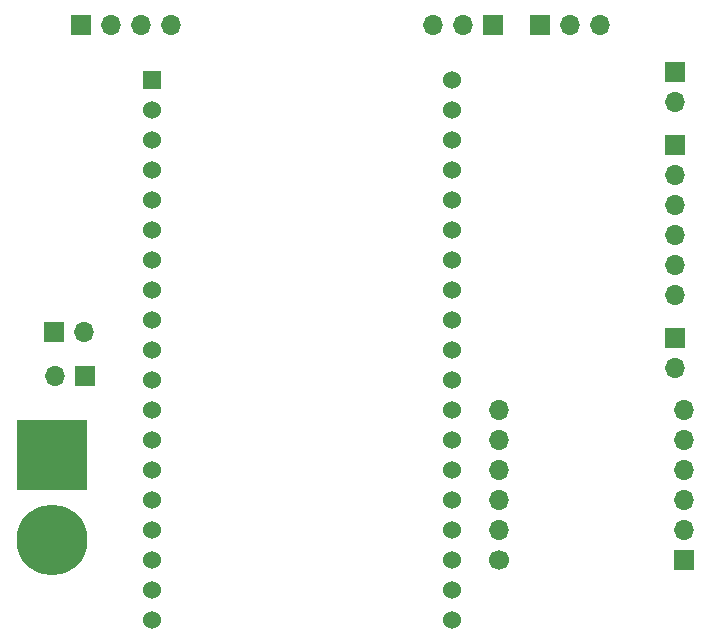
<source format=gbr>
%TF.GenerationSoftware,KiCad,Pcbnew,(6.0.9)*%
%TF.CreationDate,2023-05-11T13:54:47+10:00*%
%TF.ProjectId,Rescue Line,52657363-7565-4204-9c69-6e652e6b6963,rev?*%
%TF.SameCoordinates,Original*%
%TF.FileFunction,Soldermask,Bot*%
%TF.FilePolarity,Negative*%
%FSLAX46Y46*%
G04 Gerber Fmt 4.6, Leading zero omitted, Abs format (unit mm)*
G04 Created by KiCad (PCBNEW (6.0.9)) date 2023-05-11 13:54:47*
%MOMM*%
%LPD*%
G01*
G04 APERTURE LIST*
%ADD10R,1.700000X1.700000*%
%ADD11O,1.700000X1.700000*%
%ADD12R,1.530000X1.530000*%
%ADD13C,1.530000*%
%ADD14C,1.700000*%
%ADD15C,6.000000*%
%ADD16R,6.000000X6.000000*%
G04 APERTURE END LIST*
D10*
%TO.C,J3*%
X148025000Y-70275000D03*
D11*
X145485000Y-70275000D03*
X142945000Y-70275000D03*
%TD*%
D10*
%TO.C,J6*%
X163500000Y-80380000D03*
D11*
X163500000Y-82920000D03*
X163500000Y-85460000D03*
X163500000Y-88000000D03*
X163500000Y-90540000D03*
X163500000Y-93080000D03*
%TD*%
D12*
%TO.C,U2*%
X119225000Y-74870000D03*
D13*
X119225000Y-77410000D03*
X119225000Y-79950000D03*
X119225000Y-82490000D03*
X119225000Y-85030000D03*
X119225000Y-87570000D03*
X119225000Y-90110000D03*
X119225000Y-92650000D03*
X119225000Y-95190000D03*
X119225000Y-97730000D03*
X119225000Y-100270000D03*
X119225000Y-102810000D03*
X119225000Y-105350000D03*
X119225000Y-107890000D03*
X119225000Y-110430000D03*
X119225000Y-112970000D03*
X119225000Y-115510000D03*
X119225000Y-118050000D03*
X119225000Y-120590000D03*
X144625000Y-120590000D03*
X144625000Y-118050000D03*
X144625000Y-115510000D03*
X144625000Y-112970000D03*
X144625000Y-110430000D03*
X144625000Y-107890000D03*
X144625000Y-105350000D03*
X144625000Y-102810000D03*
X144625000Y-100270000D03*
X144625000Y-97730000D03*
X144625000Y-95190000D03*
X144625000Y-92650000D03*
X144625000Y-90110000D03*
X144625000Y-87570000D03*
X144625000Y-85030000D03*
X144625000Y-82490000D03*
X144625000Y-79950000D03*
X144625000Y-77410000D03*
X144625000Y-74870000D03*
%TD*%
D10*
%TO.C,J8*%
X163500000Y-74230000D03*
D11*
X163500000Y-76770000D03*
%TD*%
%TO.C,U3*%
X148585000Y-102805000D03*
X148585000Y-105345000D03*
X148585000Y-107885000D03*
X148585000Y-110425000D03*
X148585000Y-112965000D03*
D14*
X148585000Y-115505000D03*
D11*
X164225000Y-102815000D03*
X164225000Y-105355000D03*
X164225000Y-107895000D03*
X164225000Y-110435000D03*
X164225000Y-112975000D03*
D10*
X164225000Y-115515000D03*
%TD*%
D15*
%TO.C,J5*%
X110750000Y-113850000D03*
D16*
X110750000Y-106650000D03*
%TD*%
D10*
%TO.C,J2*%
X152000000Y-70250000D03*
D11*
X154540000Y-70250000D03*
X157080000Y-70250000D03*
%TD*%
D10*
%TO.C,J1*%
X110905000Y-96218500D03*
D11*
X113445000Y-96218500D03*
%TD*%
D10*
%TO.C,J9*%
X113525000Y-100000000D03*
D11*
X110985000Y-100000000D03*
%TD*%
D10*
%TO.C,J4*%
X113200000Y-70250000D03*
D11*
X115740000Y-70250000D03*
X118280000Y-70250000D03*
X120820000Y-70250000D03*
%TD*%
D10*
%TO.C,J7*%
X163500000Y-96705000D03*
D11*
X163500000Y-99245000D03*
%TD*%
M02*

</source>
